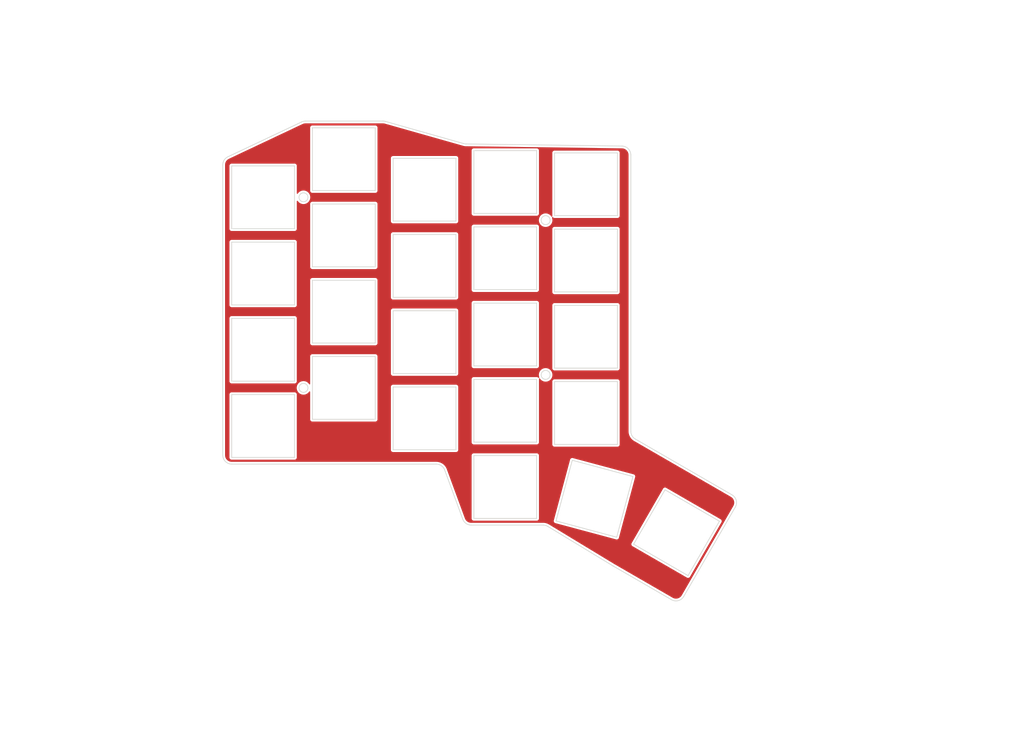
<source format=kicad_pcb>
(kicad_pcb (version 20211014) (generator pcbnew)
  (title_block (title "top_plate") (rev "v1.0.0") (company "Unknown"))
  (layers (0 "F.Cu" signal) (31 "B.Cu" signal) (34 "B.Paste" user) (35 "F.Paste" user) (36 "B.SilkS" user "B.Silkscreen") (37 "F.SilkS" user "F.Silkscreen") (38 "B.Mask" user) (39 "F.Mask" user) (44 "Edge.Cuts" user))
  (net 0 "")
  (gr_line (start 43 -25.7) (end 29 -25.7) (layer "Edge.Cuts") (width 0.15))
  (gr_line (start 79 -12.9) (end 79 -26.9) (layer "Edge.Cuts") (width 0.15))
  (gr_line (start 78.843042 24.792216) (end 82.466508 11.269254) (layer "Edge.Cuts") (width 0.15))
  (gr_line (start 79 -9.9) (end 65 -9.9) (layer "Edge.Cuts") (width 0.15))
  (gr_line (start 63.477862 22.389629) (end 78.060291 31.227935) (layer "Edge.Cuts") (width 0.15))
  (gr_line (start 47 -61.4) (end 47 -47.4) (layer "Edge.Cuts") (width 0.15))
  (gr_line (start -7 -41) (end -7 -27) (layer "Edge.Cuts") (width 0.15))
  (gr_line (start 7 -41) (end -7 -41) (layer "Edge.Cuts") (width 0.15))
  (gr_line (start 65 -46.9) (end 79 -46.9) (layer "Edge.Cuts") (width 0.15))
  (gr_line (start 61 -44.4) (end 47 -44.4) (layer "Edge.Cuts") (width 0.15))
  (gr_line (start 79 4.1) (end 79 -9.9) (layer "Edge.Cuts") (width 0.15))
  (gr_line (start 29 -28.7) (end 43 -28.7) (layer "Edge.Cuts") (width 0.15))
  (gr_line (start 61 6.6) (end 47 6.6) (layer "Edge.Cuts") (width 0.15))
  (gr_line (start 79 -60.9) (end 65 -60.9) (layer "Edge.Cuts") (width 0.15))
  (gr_arc (start 46.395588 22.1) (mid 45.251093 21.740162) (end 44.518431 20.790131) (layer "Edge.Cuts") (width 0.15))
  (gr_line (start 61 -27.4) (end 47 -27.4) (layer "Edge.Cuts") (width 0.15))
  (gr_line (start 94.75189 33.359804) (end 101.75189 21.235449) (layer "Edge.Cuts") (width 0.15))
  (gr_line (start -7 -58) (end -7 -44) (layer "Edge.Cuts") (width 0.15))
  (gr_line (start 46.395588 22.1) (end 62.441218 22.1) (layer "Edge.Cuts") (width 0.15))
  (gr_line (start 93.800928 38.006919) (end 105.300929 18.088334) (layer "Edge.Cuts") (width 0.15))
  (gr_circle (center 63 -11.4) (end 64 -11.4) (layer "Edge.Cuts") (width 0.15) (fill none))
  (gr_arc (start -7 8.5) (mid -8.414214 7.914214) (end -9 6.5) (layer "Edge.Cuts") (width 0.15))
  (gr_line (start 25 -18.5) (end 25 -32.5) (layer "Edge.Cuts") (width 0.15))
  (gr_line (start 11 -66.5) (end 11 -52.5) (layer "Edge.Cuts") (width 0.15))
  (gr_line (start 43 -8.7) (end 29 -8.7) (layer "Edge.Cuts") (width 0.15))
  (gr_line (start 43 -42.7) (end 29 -42.7) (layer "Edge.Cuts") (width 0.15))
  (gr_line (start 11 -35.5) (end 25 -35.5) (layer "Edge.Cuts") (width 0.15))
  (gr_line (start 7 -44) (end 7 -58) (layer "Edge.Cuts") (width 0.15))
  (gr_arc (start 78.096935 31.249615) (mid 78.078555 31.238873) (end 78.060291 31.227935) (layer "Edge.Cuts") (width 0.15))
  (gr_line (start 29 -45.7) (end 43 -45.7) (layer "Edge.Cuts") (width 0.15))
  (gr_line (start 47 20.6) (end 61 20.6) (layer "Edge.Cuts") (width 0.15))
  (gr_line (start 47 -10.4) (end 47 3.6) (layer "Edge.Cuts") (width 0.15))
  (gr_line (start 65 -43.9) (end 65 -29.9) (layer "Edge.Cuts") (width 0.15))
  (gr_line (start 65 -9.9) (end 65 4.1) (layer "Edge.Cuts") (width 0.15))
  (gr_line (start 47 -30.4) (end 61 -30.4) (layer "Edge.Cuts") (width 0.15))
  (gr_line (start 47 -27.4) (end 47 -13.4) (layer "Edge.Cuts") (width 0.15))
  (gr_line (start 11 -1.5) (end 25 -1.5) (layer "Edge.Cuts") (width 0.15))
  (gr_circle (center 9 -8.5) (end 10 -8.5) (layer "Edge.Cuts") (width 0.15) (fill none))
  (gr_line (start 29 -8.7) (end 29 5.3) (layer "Edge.Cuts") (width 0.15))
  (gr_arc (start 83 2.903486) (mid 82.267949 2.171435) (end 82 1.171435) (layer "Edge.Cuts") (width 0.15))
  (gr_line (start -7 -7) (end -7 7) (layer "Edge.Cuts") (width 0.15))
  (gr_line (start 29 -42.7) (end 29 -28.7) (layer "Edge.Cuts") (width 0.15))
  (gr_arc (start 104.568878 15.356283) (mid 105.50073 16.570696) (end 105.300929 18.088334) (layer "Edge.Cuts") (width 0.15))
  (gr_line (start 65 4.1) (end 79 4.1) (layer "Edge.Cuts") (width 0.15))
  (gr_line (start 47 -47.4) (end 61 -47.4) (layer "Edge.Cuts") (width 0.15))
  (gr_line (start 61 -13.4) (end 61 -27.4) (layer "Edge.Cuts") (width 0.15))
  (gr_line (start -7 -27) (end 7 -27) (layer "Edge.Cuts") (width 0.15))
  (gr_line (start 29 -11.7) (end 43 -11.7) (layer "Edge.Cuts") (width 0.15))
  (gr_line (start 65 -12.9) (end 79 -12.9) (layer "Edge.Cuts") (width 0.15))
  (gr_line (start -7 -10) (end 7 -10) (layer "Edge.Cuts") (width 0.15))
  (gr_line (start 80.027025 -62.426662) (end 45.26408 -62.896431) (layer "Edge.Cuts") (width 0.15))
  (gr_line (start 29 5.3) (end 43 5.3) (layer "Edge.Cuts") (width 0.15))
  (gr_line (start 25 -52.5) (end 25 -66.5) (layer "Edge.Cuts") (width 0.15))
  (gr_line (start 25 -66.5) (end 11 -66.5) (layer "Edge.Cuts") (width 0.15))
  (gr_line (start 65 -60.9) (end 65 -46.9) (layer "Edge.Cuts") (width 0.15))
  (gr_line (start 61 -61.4) (end 47 -61.4) (layer "Edge.Cuts") (width 0.15))
  (gr_line (start 40.481569 9.809869) (end 44.518431 20.790131) (layer "Edge.Cuts") (width 0.15))
  (gr_line (start 11 -15.5) (end 11 -1.5) (layer "Edge.Cuts") (width 0.15))
  (gr_arc (start -9.000001 -58.232663) (mid -8.689383 -59.303172) (end -7.854013 -60.041161) (layer "Edge.Cuts") (width 0.15))
  (gr_line (start 47 -44.4) (end 47 -30.4) (layer "Edge.Cuts") (width 0.15))
  (gr_line (start 25 -15.5) (end 11 -15.5) (layer "Edge.Cuts") (width 0.15))
  (gr_line (start 7 -58) (end -7 -58) (layer "Edge.Cuts") (width 0.15))
  (gr_line (start 7 -10) (end 7 -24) (layer "Edge.Cuts") (width 0.15))
  (gr_line (start 29 -59.7) (end 29 -45.7) (layer "Edge.Cuts") (width 0.15))
  (gr_line (start 79 -29.9) (end 79 -43.9) (layer "Edge.Cuts") (width 0.15))
  (gr_line (start 82.627535 26.359804) (end 94.75189 33.359804) (layer "Edge.Cuts") (width 0.15))
  (gr_line (start -7 7) (end 7 7) (layer "Edge.Cuts") (width 0.15))
  (gr_line (start 43 -59.7) (end 29 -59.7) (layer "Edge.Cuts") (width 0.15))
  (gr_line (start -7 -24) (end -7 -10) (layer "Edge.Cuts") (width 0.15))
  (gr_arc (start 38.604412 8.5) (mid 39.748907 8.859838) (end 40.481569 9.809869) (layer "Edge.Cuts") (width 0.15))
  (gr_line (start 25 -49.5) (end 11 -49.5) (layer "Edge.Cuts") (width 0.15))
  (gr_arc (start 45.26408 -62.896431) (mid 45.002506 -62.91718) (end 44.745899 -62.971995) (layer "Edge.Cuts") (width 0.15))
  (gr_line (start 79 -46.9) (end 79 -60.9) (layer "Edge.Cuts") (width 0.15))
  (gr_line (start 8.594465 -67.808497) (end -7.854013 -60.041161) (layer "Edge.Cuts") (width 0.15))
  (gr_line (start 11 -18.5) (end 25 -18.5) (layer "Edge.Cuts") (width 0.15))
  (gr_arc (start 8.594464 -67.808497) (mid 9.010867 -67.951537) (end 9.448477 -68) (layer "Edge.Cuts") (width 0.15))
  (gr_line (start 11 -32.5) (end 11 -18.5) (layer "Edge.Cuts") (width 0.15))
  (gr_line (start 25 -35.5) (end 25 -49.5) (layer "Edge.Cuts") (width 0.15))
  (gr_arc (start 62.441218 22.1) (mid 62.97939 22.173768) (end 63.477862 22.389629) (layer "Edge.Cuts") (width 0.15))
  (gr_line (start 11 -52.5) (end 25 -52.5) (layer "Edge.Cuts") (width 0.15))
  (gr_line (start 7 -24) (end -7 -24) (layer "Edge.Cuts") (width 0.15))
  (gr_line (start 7 -7) (end -7 -7) (layer "Edge.Cuts") (width 0.15))
  (gr_line (start 65 -26.9) (end 65 -12.9) (layer "Edge.Cuts") (width 0.15))
  (gr_line (start 82.466508 11.269254) (end 68.943547 7.645788) (layer "Edge.Cuts") (width 0.15))
  (gr_line (start 68.943547 7.645788) (end 65.32008 21.168749) (layer "Edge.Cuts") (width 0.15))
  (gr_arc (start 80.027025 -62.426661) (mid 81.423736 -61.83147) (end 82 -60.426844) (layer "Edge.Cuts") (width 0.15))
  (gr_line (start 47 6.6) (end 47 20.6) (layer "Edge.Cuts") (width 0.15))
  (gr_line (start 43 -45.7) (end 43 -59.7) (layer "Edge.Cuts") (width 0.15))
  (gr_line (start 61 20.6) (end 61 6.6) (layer "Edge.Cuts") (width 0.15))
  (gr_line (start 43 5.3) (end 43 -8.7) (layer "Edge.Cuts") (width 0.15))
  (gr_line (start 101.75189 21.235449) (end 89.627535 14.235449) (layer "Edge.Cuts") (width 0.15))
  (gr_arc (start 26.722136 -68) (mid 26.997357 -67.980973) (end 27.267341 -67.924253) (layer "Edge.Cuts") (width 0.15))
  (gr_line (start -9 -58.232663) (end -9 6.5) (layer "Edge.Cuts") (width 0.15))
  (gr_line (start 47 3.6) (end 61 3.6) (layer "Edge.Cuts") (width 0.15))
  (gr_line (start 65 -29.9) (end 79 -29.9) (layer "Edge.Cuts") (width 0.15))
  (gr_line (start 61 3.6) (end 61 -10.4) (layer "Edge.Cuts") (width 0.15))
  (gr_arc (start 93.800928 38.006919) (mid 92.586516 38.93877) (end 91.068878 38.738969) (layer "Edge.Cuts") (width 0.15))
  (gr_line (start 83 2.903486) (end 104.568878 15.356284) (layer "Edge.Cuts") (width 0.15))
  (gr_line (start 26.722135 -68) (end 9.448477 -68) (layer "Edge.Cuts") (width 0.15))
  (gr_line (start 61 -47.4) (end 61 -61.4) (layer "Edge.Cuts") (width 0.15))
  (gr_line (start 43 -28.7) (end 43 -42.7) (layer "Edge.Cuts") (width 0.15))
  (gr_line (start -7 -44) (end 7 -44) (layer "Edge.Cuts") (width 0.15))
  (gr_line (start 78.096934 31.249614) (end 91.068878 38.738969) (layer "Edge.Cuts") (width 0.15))
  (gr_line (start 61 -30.4) (end 61 -44.4) (layer "Edge.Cuts") (width 0.15))
  (gr_line (start 29 -25.7) (end 29 -11.7) (layer "Edge.Cuts") (width 0.15))
  (gr_line (start 65.32008 21.168749) (end 78.843042 24.792216) (layer "Edge.Cuts") (width 0.15))
  (gr_line (start 44.745899 -62.971995) (end 27.267341 -67.924253) (layer "Edge.Cuts") (width 0.15))
  (gr_line (start 79 -26.9) (end 65 -26.9) (layer "Edge.Cuts") (width 0.15))
  (gr_circle (center 9 -51) (end 10 -51) (layer "Edge.Cuts") (width 0.15) (fill none))
  (gr_line (start 11 -49.5) (end 11 -35.5) (layer "Edge.Cuts") (width 0.15))
  (gr_line (start 43 -11.7) (end 43 -25.7) (layer "Edge.Cuts") (width 0.15))
  (gr_line (start 89.627535 14.235449) (end 82.627535 26.359804) (layer "Edge.Cuts") (width 0.15))
  (gr_line (start -7 8.5) (end 38.604412 8.5) (layer "Edge.Cuts") (width 0.15))
  (gr_line (start 25 -32.5) (end 11 -32.5) (layer "Edge.Cuts") (width 0.15))
  (gr_line (start 25 -1.5) (end 25 -15.5) (layer "Edge.Cuts") (width 0.15))
  (gr_line (start 7 7) (end 7 -7) (layer "Edge.Cuts") (width 0.15))
  (gr_line (start 82 1.171435) (end 82 -60.426844) (layer "Edge.Cuts") (width 0.15))
  (gr_circle (center 63 -45.9) (end 64 -45.9) (layer "Edge.Cuts") (width 0.15) (fill none))
  (gr_line (start 61 -10.4) (end 47 -10.4) (layer "Edge.Cuts") (width 0.15))
  (gr_line (start 7 -27) (end 7 -41) (layer "Edge.Cuts") (width 0.15))
  (gr_line (start 79 -43.9) (end 65 -43.9) (layer "Edge.Cuts") (width 0.15))
  (gr_line (start 47 -13.4) (end 61 -13.4) (layer "Edge.Cuts") (width 0.15))
  (zone (net 0) (net_name "") (layer "F.Cu") (connect_pads (clearance 0.508)) (min_thickness 0.254) (fill yes (thermal_gap 0.508) (thermal_bridge_width 0.508))
    (polygon (pts (xy 133.604 -20.828) (xy 112.268 67.818) (xy -58.674 30.734) (xy -57.658 -94.996) (xy 169.672 -94.996)))
  )
)
</source>
